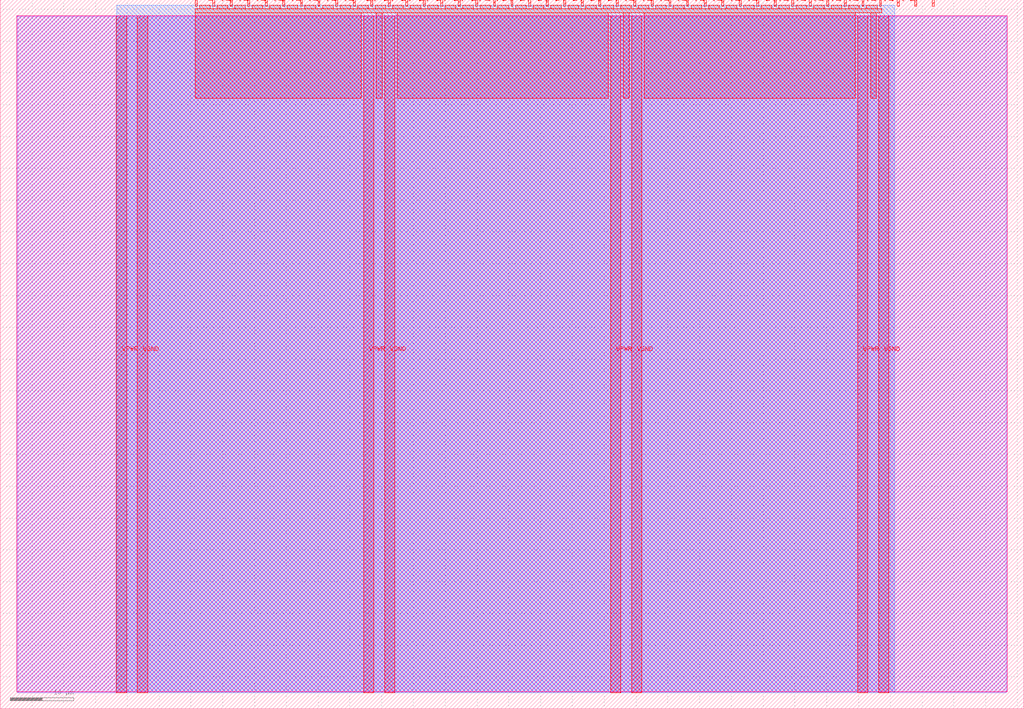
<source format=lef>
VERSION 5.7 ;
  NOWIREEXTENSIONATPIN ON ;
  DIVIDERCHAR "/" ;
  BUSBITCHARS "[]" ;
MACRO tt_um_digiOTA
  CLASS BLOCK ;
  FOREIGN tt_um_digiOTA ;
  ORIGIN 0.000 0.000 ;
  SIZE 161.000 BY 111.520 ;
  PIN VGND
    DIRECTION INOUT ;
    USE GROUND ;
    PORT
      LAYER met4 ;
        RECT 21.580 2.480 23.180 109.040 ;
    END
    PORT
      LAYER met4 ;
        RECT 60.450 2.480 62.050 109.040 ;
    END
    PORT
      LAYER met4 ;
        RECT 99.320 2.480 100.920 109.040 ;
    END
    PORT
      LAYER met4 ;
        RECT 138.190 2.480 139.790 109.040 ;
    END
  END VGND
  PIN VPWR
    DIRECTION INOUT ;
    USE POWER ;
    PORT
      LAYER met4 ;
        RECT 18.280 2.480 19.880 109.040 ;
    END
    PORT
      LAYER met4 ;
        RECT 57.150 2.480 58.750 109.040 ;
    END
    PORT
      LAYER met4 ;
        RECT 96.020 2.480 97.620 109.040 ;
    END
    PORT
      LAYER met4 ;
        RECT 134.890 2.480 136.490 109.040 ;
    END
  END VPWR
  PIN clk
    DIRECTION INPUT ;
    USE SIGNAL ;
    PORT
      LAYER met4 ;
        RECT 143.830 110.520 144.130 111.520 ;
    END
  END clk
  PIN ena
    DIRECTION INPUT ;
    USE SIGNAL ;
    PORT
      LAYER met4 ;
        RECT 146.590 110.520 146.890 111.520 ;
    END
  END ena
  PIN rst_n
    DIRECTION INPUT ;
    USE SIGNAL ;
    PORT
      LAYER met4 ;
        RECT 141.070 110.520 141.370 111.520 ;
    END
  END rst_n
  PIN ui_in[0]
    DIRECTION INPUT ;
    USE SIGNAL ;
    ANTENNAGATEAREA 0.196500 ;
    PORT
      LAYER met4 ;
        RECT 138.310 110.520 138.610 111.520 ;
    END
  END ui_in[0]
  PIN ui_in[1]
    DIRECTION INPUT ;
    USE SIGNAL ;
    ANTENNAGATEAREA 0.196500 ;
    PORT
      LAYER met4 ;
        RECT 135.550 110.520 135.850 111.520 ;
    END
  END ui_in[1]
  PIN ui_in[2]
    DIRECTION INPUT ;
    USE SIGNAL ;
    PORT
      LAYER met4 ;
        RECT 132.790 110.520 133.090 111.520 ;
    END
  END ui_in[2]
  PIN ui_in[3]
    DIRECTION INPUT ;
    USE SIGNAL ;
    PORT
      LAYER met4 ;
        RECT 130.030 110.520 130.330 111.520 ;
    END
  END ui_in[3]
  PIN ui_in[4]
    DIRECTION INPUT ;
    USE SIGNAL ;
    PORT
      LAYER met4 ;
        RECT 127.270 110.520 127.570 111.520 ;
    END
  END ui_in[4]
  PIN ui_in[5]
    DIRECTION INPUT ;
    USE SIGNAL ;
    PORT
      LAYER met4 ;
        RECT 124.510 110.520 124.810 111.520 ;
    END
  END ui_in[5]
  PIN ui_in[6]
    DIRECTION INPUT ;
    USE SIGNAL ;
    PORT
      LAYER met4 ;
        RECT 121.750 110.520 122.050 111.520 ;
    END
  END ui_in[6]
  PIN ui_in[7]
    DIRECTION INPUT ;
    USE SIGNAL ;
    PORT
      LAYER met4 ;
        RECT 118.990 110.520 119.290 111.520 ;
    END
  END ui_in[7]
  PIN uio_in[0]
    DIRECTION INPUT ;
    USE SIGNAL ;
    PORT
      LAYER met4 ;
        RECT 116.230 110.520 116.530 111.520 ;
    END
  END uio_in[0]
  PIN uio_in[1]
    DIRECTION INPUT ;
    USE SIGNAL ;
    PORT
      LAYER met4 ;
        RECT 113.470 110.520 113.770 111.520 ;
    END
  END uio_in[1]
  PIN uio_in[2]
    DIRECTION INPUT ;
    USE SIGNAL ;
    PORT
      LAYER met4 ;
        RECT 110.710 110.520 111.010 111.520 ;
    END
  END uio_in[2]
  PIN uio_in[3]
    DIRECTION INPUT ;
    USE SIGNAL ;
    PORT
      LAYER met4 ;
        RECT 107.950 110.520 108.250 111.520 ;
    END
  END uio_in[3]
  PIN uio_in[4]
    DIRECTION INPUT ;
    USE SIGNAL ;
    PORT
      LAYER met4 ;
        RECT 105.190 110.520 105.490 111.520 ;
    END
  END uio_in[4]
  PIN uio_in[5]
    DIRECTION INPUT ;
    USE SIGNAL ;
    PORT
      LAYER met4 ;
        RECT 102.430 110.520 102.730 111.520 ;
    END
  END uio_in[5]
  PIN uio_in[6]
    DIRECTION INPUT ;
    USE SIGNAL ;
    PORT
      LAYER met4 ;
        RECT 99.670 110.520 99.970 111.520 ;
    END
  END uio_in[6]
  PIN uio_in[7]
    DIRECTION INPUT ;
    USE SIGNAL ;
    PORT
      LAYER met4 ;
        RECT 96.910 110.520 97.210 111.520 ;
    END
  END uio_in[7]
  PIN uio_oe[0]
    DIRECTION OUTPUT ;
    USE SIGNAL ;
    PORT
      LAYER met4 ;
        RECT 49.990 110.520 50.290 111.520 ;
    END
  END uio_oe[0]
  PIN uio_oe[1]
    DIRECTION OUTPUT ;
    USE SIGNAL ;
    PORT
      LAYER met4 ;
        RECT 47.230 110.520 47.530 111.520 ;
    END
  END uio_oe[1]
  PIN uio_oe[2]
    DIRECTION OUTPUT ;
    USE SIGNAL ;
    PORT
      LAYER met4 ;
        RECT 44.470 110.520 44.770 111.520 ;
    END
  END uio_oe[2]
  PIN uio_oe[3]
    DIRECTION OUTPUT ;
    USE SIGNAL ;
    PORT
      LAYER met4 ;
        RECT 41.710 110.520 42.010 111.520 ;
    END
  END uio_oe[3]
  PIN uio_oe[4]
    DIRECTION OUTPUT ;
    USE SIGNAL ;
    PORT
      LAYER met4 ;
        RECT 38.950 110.520 39.250 111.520 ;
    END
  END uio_oe[4]
  PIN uio_oe[5]
    DIRECTION OUTPUT ;
    USE SIGNAL ;
    PORT
      LAYER met4 ;
        RECT 36.190 110.520 36.490 111.520 ;
    END
  END uio_oe[5]
  PIN uio_oe[6]
    DIRECTION OUTPUT ;
    USE SIGNAL ;
    PORT
      LAYER met4 ;
        RECT 33.430 110.520 33.730 111.520 ;
    END
  END uio_oe[6]
  PIN uio_oe[7]
    DIRECTION OUTPUT ;
    USE SIGNAL ;
    PORT
      LAYER met4 ;
        RECT 30.670 110.520 30.970 111.520 ;
    END
  END uio_oe[7]
  PIN uio_out[0]
    DIRECTION OUTPUT ;
    USE SIGNAL ;
    PORT
      LAYER met4 ;
        RECT 72.070 110.520 72.370 111.520 ;
    END
  END uio_out[0]
  PIN uio_out[1]
    DIRECTION OUTPUT ;
    USE SIGNAL ;
    PORT
      LAYER met4 ;
        RECT 69.310 110.520 69.610 111.520 ;
    END
  END uio_out[1]
  PIN uio_out[2]
    DIRECTION OUTPUT ;
    USE SIGNAL ;
    PORT
      LAYER met4 ;
        RECT 66.550 110.520 66.850 111.520 ;
    END
  END uio_out[2]
  PIN uio_out[3]
    DIRECTION OUTPUT ;
    USE SIGNAL ;
    PORT
      LAYER met4 ;
        RECT 63.790 110.520 64.090 111.520 ;
    END
  END uio_out[3]
  PIN uio_out[4]
    DIRECTION OUTPUT ;
    USE SIGNAL ;
    PORT
      LAYER met4 ;
        RECT 61.030 110.520 61.330 111.520 ;
    END
  END uio_out[4]
  PIN uio_out[5]
    DIRECTION OUTPUT ;
    USE SIGNAL ;
    PORT
      LAYER met4 ;
        RECT 58.270 110.520 58.570 111.520 ;
    END
  END uio_out[5]
  PIN uio_out[6]
    DIRECTION OUTPUT ;
    USE SIGNAL ;
    PORT
      LAYER met4 ;
        RECT 55.510 110.520 55.810 111.520 ;
    END
  END uio_out[6]
  PIN uio_out[7]
    DIRECTION OUTPUT ;
    USE SIGNAL ;
    PORT
      LAYER met4 ;
        RECT 52.750 110.520 53.050 111.520 ;
    END
  END uio_out[7]
  PIN uo_out[0]
    DIRECTION OUTPUT ;
    USE SIGNAL ;
    ANTENNADIFFAREA 0.795200 ;
    PORT
      LAYER met4 ;
        RECT 94.150 110.520 94.450 111.520 ;
    END
  END uo_out[0]
  PIN uo_out[1]
    DIRECTION OUTPUT ;
    USE SIGNAL ;
    PORT
      LAYER met4 ;
        RECT 91.390 110.520 91.690 111.520 ;
    END
  END uo_out[1]
  PIN uo_out[2]
    DIRECTION OUTPUT ;
    USE SIGNAL ;
    PORT
      LAYER met4 ;
        RECT 88.630 110.520 88.930 111.520 ;
    END
  END uo_out[2]
  PIN uo_out[3]
    DIRECTION OUTPUT ;
    USE SIGNAL ;
    PORT
      LAYER met4 ;
        RECT 85.870 110.520 86.170 111.520 ;
    END
  END uo_out[3]
  PIN uo_out[4]
    DIRECTION OUTPUT ;
    USE SIGNAL ;
    PORT
      LAYER met4 ;
        RECT 83.110 110.520 83.410 111.520 ;
    END
  END uo_out[4]
  PIN uo_out[5]
    DIRECTION OUTPUT ;
    USE SIGNAL ;
    PORT
      LAYER met4 ;
        RECT 80.350 110.520 80.650 111.520 ;
    END
  END uo_out[5]
  PIN uo_out[6]
    DIRECTION OUTPUT ;
    USE SIGNAL ;
    PORT
      LAYER met4 ;
        RECT 77.590 110.520 77.890 111.520 ;
    END
  END uo_out[6]
  PIN uo_out[7]
    DIRECTION OUTPUT ;
    USE SIGNAL ;
    PORT
      LAYER met4 ;
        RECT 74.830 110.520 75.130 111.520 ;
    END
  END uo_out[7]
  OBS
      LAYER nwell ;
        RECT 2.570 2.635 158.430 108.990 ;
      LAYER li1 ;
        RECT 2.760 2.635 158.240 108.885 ;
      LAYER met1 ;
        RECT 2.760 2.480 158.240 109.040 ;
      LAYER met2 ;
        RECT 18.310 2.535 140.670 110.685 ;
      LAYER met3 ;
        RECT 18.290 2.555 140.695 110.665 ;
      LAYER met4 ;
        RECT 31.370 110.120 33.030 110.665 ;
        RECT 34.130 110.120 35.790 110.665 ;
        RECT 36.890 110.120 38.550 110.665 ;
        RECT 39.650 110.120 41.310 110.665 ;
        RECT 42.410 110.120 44.070 110.665 ;
        RECT 45.170 110.120 46.830 110.665 ;
        RECT 47.930 110.120 49.590 110.665 ;
        RECT 50.690 110.120 52.350 110.665 ;
        RECT 53.450 110.120 55.110 110.665 ;
        RECT 56.210 110.120 57.870 110.665 ;
        RECT 58.970 110.120 60.630 110.665 ;
        RECT 61.730 110.120 63.390 110.665 ;
        RECT 64.490 110.120 66.150 110.665 ;
        RECT 67.250 110.120 68.910 110.665 ;
        RECT 70.010 110.120 71.670 110.665 ;
        RECT 72.770 110.120 74.430 110.665 ;
        RECT 75.530 110.120 77.190 110.665 ;
        RECT 78.290 110.120 79.950 110.665 ;
        RECT 81.050 110.120 82.710 110.665 ;
        RECT 83.810 110.120 85.470 110.665 ;
        RECT 86.570 110.120 88.230 110.665 ;
        RECT 89.330 110.120 90.990 110.665 ;
        RECT 92.090 110.120 93.750 110.665 ;
        RECT 94.850 110.120 96.510 110.665 ;
        RECT 97.610 110.120 99.270 110.665 ;
        RECT 100.370 110.120 102.030 110.665 ;
        RECT 103.130 110.120 104.790 110.665 ;
        RECT 105.890 110.120 107.550 110.665 ;
        RECT 108.650 110.120 110.310 110.665 ;
        RECT 111.410 110.120 113.070 110.665 ;
        RECT 114.170 110.120 115.830 110.665 ;
        RECT 116.930 110.120 118.590 110.665 ;
        RECT 119.690 110.120 121.350 110.665 ;
        RECT 122.450 110.120 124.110 110.665 ;
        RECT 125.210 110.120 126.870 110.665 ;
        RECT 127.970 110.120 129.630 110.665 ;
        RECT 130.730 110.120 132.390 110.665 ;
        RECT 133.490 110.120 135.150 110.665 ;
        RECT 136.250 110.120 137.910 110.665 ;
        RECT 30.655 109.440 138.625 110.120 ;
        RECT 30.655 96.055 56.750 109.440 ;
        RECT 59.150 96.055 60.050 109.440 ;
        RECT 62.450 96.055 95.620 109.440 ;
        RECT 98.020 96.055 98.920 109.440 ;
        RECT 101.320 96.055 134.490 109.440 ;
        RECT 136.890 96.055 137.790 109.440 ;
  END
END tt_um_digiOTA
END LIBRARY


</source>
